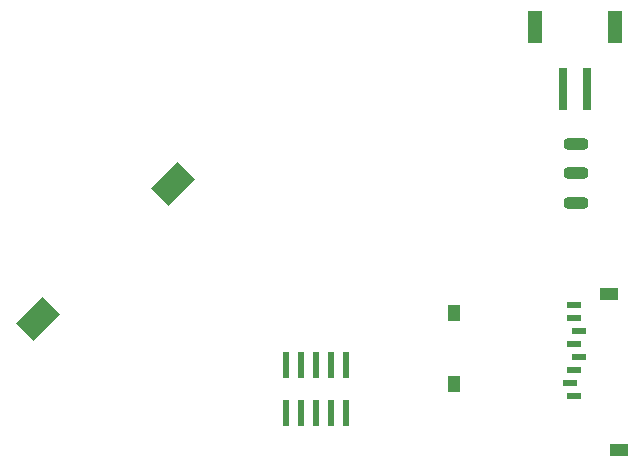
<source format=gbr>
%TF.GenerationSoftware,KiCad,Pcbnew,8.0.8*%
%TF.CreationDate,2025-01-20T12:07:48-06:00*%
%TF.ProjectId,tempo,74656d70-6f2e-46b6-9963-61645f706362,rev?*%
%TF.SameCoordinates,Original*%
%TF.FileFunction,Paste,Bot*%
%TF.FilePolarity,Positive*%
%FSLAX46Y46*%
G04 Gerber Fmt 4.6, Leading zero omitted, Abs format (unit mm)*
G04 Created by KiCad (PCBNEW 8.0.8) date 2025-01-20 12:07:48*
%MOMM*%
%LPD*%
G01*
G04 APERTURE LIST*
G04 Aperture macros list*
%AMRoundRect*
0 Rectangle with rounded corners*
0 $1 Rounding radius*
0 $2 $3 $4 $5 $6 $7 $8 $9 X,Y pos of 4 corners*
0 Add a 4 corners polygon primitive as box body*
4,1,4,$2,$3,$4,$5,$6,$7,$8,$9,$2,$3,0*
0 Add four circle primitives for the rounded corners*
1,1,$1+$1,$2,$3*
1,1,$1+$1,$4,$5*
1,1,$1+$1,$6,$7*
1,1,$1+$1,$8,$9*
0 Add four rect primitives between the rounded corners*
20,1,$1+$1,$2,$3,$4,$5,0*
20,1,$1+$1,$4,$5,$6,$7,0*
20,1,$1+$1,$6,$7,$8,$9,0*
20,1,$1+$1,$8,$9,$2,$3,0*%
%AMRotRect*
0 Rectangle, with rotation*
0 The origin of the aperture is its center*
0 $1 length*
0 $2 width*
0 $3 Rotation angle, in degrees counterclockwise*
0 Add horizontal line*
21,1,$1,$2,0,0,$3*%
G04 Aperture macros list end*
%ADD10R,0.520000X2.208000*%
%ADD11R,0.520000X2.200000*%
%ADD12RoundRect,0.240000X-0.760000X0.240000X-0.760000X-0.240000X0.760000X-0.240000X0.760000X0.240000X0*%
%ADD13R,1.200000X0.560000*%
%ADD14R,1.120000X1.440000*%
%ADD15R,1.520000X1.120000*%
%ADD16RotRect,3.200000X2.080000X225.000000*%
%ADD17R,0.800000X3.680000*%
%ADD18R,1.280000X2.720000*%
G04 APERTURE END LIST*
D10*
%TO.C,J2*%
X159875000Y-106550000D03*
X159875000Y-102490000D03*
X158605000Y-106550000D03*
D11*
X158605000Y-102490000D03*
D10*
X157335000Y-106550000D03*
X157335000Y-102490000D03*
X156065000Y-106550000D03*
X156065000Y-102490000D03*
X154795000Y-106550000D03*
X154795000Y-102490000D03*
%TD*%
D12*
%TO.C,SW1*%
X179300000Y-83750000D03*
X179300000Y-86250000D03*
X179300000Y-88750000D03*
%TD*%
D13*
%TO.C,X2*%
X179175000Y-105100000D03*
X178775000Y-104000000D03*
X179175000Y-102900000D03*
X179575000Y-101800000D03*
X179175000Y-100700000D03*
X179575000Y-99600000D03*
X179175000Y-98500000D03*
X179175000Y-97400000D03*
D14*
X168975000Y-98100000D03*
X168975000Y-104100000D03*
D15*
X182075000Y-96500000D03*
X182975000Y-109700000D03*
%TD*%
D16*
%TO.C,B1*%
X133753232Y-98621768D03*
X145173006Y-87159567D03*
%TD*%
D17*
%TO.C,J1*%
X180220000Y-79100000D03*
X178220000Y-79100000D03*
D18*
X182620000Y-73900000D03*
X175820000Y-73900000D03*
%TD*%
M02*

</source>
